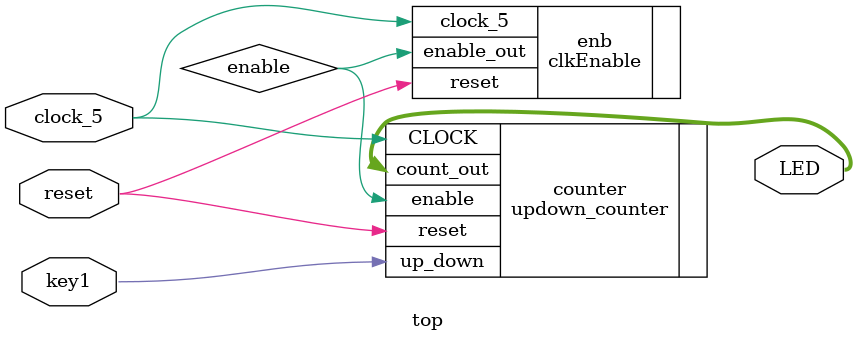
<source format=v>

module top 
(
							input clock_5,
							input reset,
							input key1,
							output wire [7:0] LED
				
				);
				
wire enable;

wire [7:0] count;
 
clkEnable enb(
	.clock_5(clock_5),
	.reset(reset),
	.enable_out(enable)
	);
	

updown_counter counter(
	.up_down(key1),
	.CLOCK(clock_5),
	.enable(enable),
	.reset(reset),
	.count_out(LED)
	);
	
endmodule

</source>
